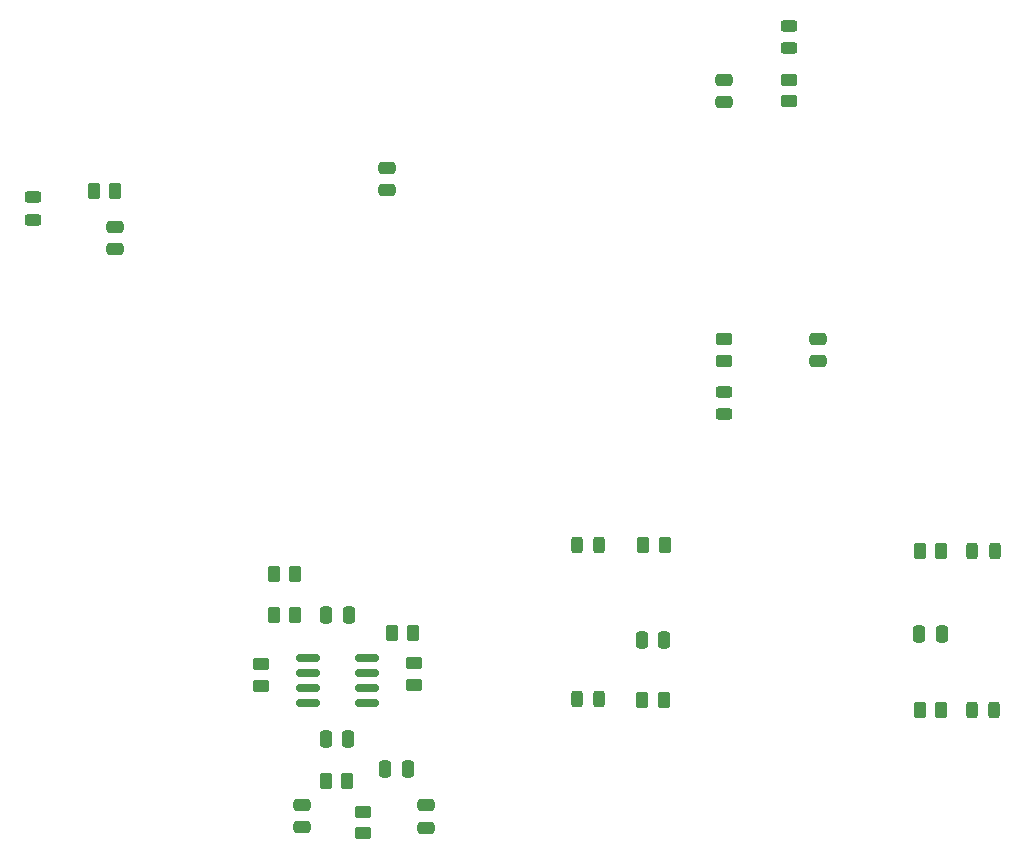
<source format=gbr>
%TF.GenerationSoftware,KiCad,Pcbnew,8.0.5*%
%TF.CreationDate,2024-11-03T20:31:12-06:00*%
%TF.ProjectId,KiCAD_Custom_DRC_Rules_for_PCBWay,4b694341-445f-4437-9573-746f6d5f4452,rev?*%
%TF.SameCoordinates,Original*%
%TF.FileFunction,Paste,Top*%
%TF.FilePolarity,Positive*%
%FSLAX46Y46*%
G04 Gerber Fmt 4.6, Leading zero omitted, Abs format (unit mm)*
G04 Created by KiCad (PCBNEW 8.0.5) date 2024-11-03 20:31:12*
%MOMM*%
%LPD*%
G01*
G04 APERTURE LIST*
G04 Aperture macros list*
%AMRoundRect*
0 Rectangle with rounded corners*
0 $1 Rounding radius*
0 $2 $3 $4 $5 $6 $7 $8 $9 X,Y pos of 4 corners*
0 Add a 4 corners polygon primitive as box body*
4,1,4,$2,$3,$4,$5,$6,$7,$8,$9,$2,$3,0*
0 Add four circle primitives for the rounded corners*
1,1,$1+$1,$2,$3*
1,1,$1+$1,$4,$5*
1,1,$1+$1,$6,$7*
1,1,$1+$1,$8,$9*
0 Add four rect primitives between the rounded corners*
20,1,$1+$1,$2,$3,$4,$5,0*
20,1,$1+$1,$4,$5,$6,$7,0*
20,1,$1+$1,$6,$7,$8,$9,0*
20,1,$1+$1,$8,$9,$2,$3,0*%
G04 Aperture macros list end*
%ADD10RoundRect,0.250000X-0.262500X-0.450000X0.262500X-0.450000X0.262500X0.450000X-0.262500X0.450000X0*%
%ADD11RoundRect,0.250000X-0.475000X0.250000X-0.475000X-0.250000X0.475000X-0.250000X0.475000X0.250000X0*%
%ADD12RoundRect,0.250000X0.475000X-0.250000X0.475000X0.250000X-0.475000X0.250000X-0.475000X-0.250000X0*%
%ADD13RoundRect,0.243750X0.456250X-0.243750X0.456250X0.243750X-0.456250X0.243750X-0.456250X-0.243750X0*%
%ADD14RoundRect,0.150000X-0.825000X-0.150000X0.825000X-0.150000X0.825000X0.150000X-0.825000X0.150000X0*%
%ADD15RoundRect,0.250000X0.262500X0.450000X-0.262500X0.450000X-0.262500X-0.450000X0.262500X-0.450000X0*%
%ADD16RoundRect,0.243750X-0.456250X0.243750X-0.456250X-0.243750X0.456250X-0.243750X0.456250X0.243750X0*%
%ADD17RoundRect,0.250000X0.450000X-0.262500X0.450000X0.262500X-0.450000X0.262500X-0.450000X-0.262500X0*%
%ADD18RoundRect,0.250000X0.250000X0.475000X-0.250000X0.475000X-0.250000X-0.475000X0.250000X-0.475000X0*%
%ADD19RoundRect,0.250000X-0.450000X0.262500X-0.450000X-0.262500X0.450000X-0.262500X0.450000X0.262500X0*%
%ADD20RoundRect,0.250000X-0.250000X-0.475000X0.250000X-0.475000X0.250000X0.475000X-0.250000X0.475000X0*%
%ADD21RoundRect,0.243750X0.243750X0.456250X-0.243750X0.456250X-0.243750X-0.456250X0.243750X-0.456250X0*%
%ADD22RoundRect,0.243750X-0.243750X-0.456250X0.243750X-0.456250X0.243750X0.456250X-0.243750X0.456250X0*%
G04 APERTURE END LIST*
D10*
%TO.C,R14*%
X128087500Y-114000000D03*
X129912500Y-114000000D03*
%TD*%
D11*
%TO.C,C7*%
X60000000Y-73050000D03*
X60000000Y-74950000D03*
%TD*%
D12*
%TO.C,C2*%
X75815000Y-123870000D03*
X75815000Y-121970000D03*
%TD*%
D13*
%TO.C,D2*%
X111500000Y-88937500D03*
X111500000Y-87062500D03*
%TD*%
D14*
%TO.C,U1*%
X76340000Y-109515000D03*
X76340000Y-110785000D03*
X76340000Y-112055000D03*
X76340000Y-113325000D03*
X81290000Y-113325000D03*
X81290000Y-112055000D03*
X81290000Y-110785000D03*
X81290000Y-109515000D03*
%TD*%
D10*
%TO.C,R1*%
X73402500Y-102420000D03*
X75227500Y-102420000D03*
%TD*%
D13*
%TO.C,D4*%
X53000000Y-72437500D03*
X53000000Y-70562500D03*
%TD*%
D15*
%TO.C,R7*%
X79640000Y-120000000D03*
X77815000Y-120000000D03*
%TD*%
D16*
%TO.C,D3*%
X117000000Y-56062500D03*
X117000000Y-57937500D03*
%TD*%
D17*
%TO.C,R9*%
X117000000Y-62412500D03*
X117000000Y-60587500D03*
%TD*%
D11*
%TO.C,C4*%
X119500000Y-82550000D03*
X119500000Y-84450000D03*
%TD*%
D10*
%TO.C,R11*%
X104675000Y-100000000D03*
X106500000Y-100000000D03*
%TD*%
D18*
%TO.C,C10*%
X106450000Y-108000000D03*
X104550000Y-108000000D03*
%TD*%
%TO.C,C3*%
X79715000Y-116420000D03*
X77815000Y-116420000D03*
%TD*%
D19*
%TO.C,R8*%
X111500000Y-82587500D03*
X111500000Y-84412500D03*
%TD*%
D20*
%TO.C,C11*%
X128050000Y-107500000D03*
X129950000Y-107500000D03*
%TD*%
D21*
%TO.C,D7*%
X134437500Y-100500000D03*
X132562500Y-100500000D03*
%TD*%
D20*
%TO.C,C9*%
X82865000Y-118920000D03*
X84765000Y-118920000D03*
%TD*%
D10*
%TO.C,R12*%
X104587500Y-113087500D03*
X106412500Y-113087500D03*
%TD*%
D20*
%TO.C,C1*%
X77865000Y-105920000D03*
X79765000Y-105920000D03*
%TD*%
D22*
%TO.C,D6*%
X99062500Y-113000000D03*
X100937500Y-113000000D03*
%TD*%
D10*
%TO.C,R4*%
X83402500Y-107420000D03*
X85227500Y-107420000D03*
%TD*%
D21*
%TO.C,D8*%
X134375000Y-114000000D03*
X132500000Y-114000000D03*
%TD*%
D22*
%TO.C,D5*%
X99062500Y-100000000D03*
X100937500Y-100000000D03*
%TD*%
D10*
%TO.C,R13*%
X128087500Y-100500000D03*
X129912500Y-100500000D03*
%TD*%
D15*
%TO.C,R10*%
X60000000Y-70000000D03*
X58175000Y-70000000D03*
%TD*%
D11*
%TO.C,C8*%
X86315000Y-122020000D03*
X86315000Y-123920000D03*
%TD*%
D15*
%TO.C,R2*%
X75227500Y-105920000D03*
X73402500Y-105920000D03*
%TD*%
D11*
%TO.C,C5*%
X83000000Y-68050000D03*
X83000000Y-69950000D03*
%TD*%
D19*
%TO.C,R5*%
X85315000Y-110007500D03*
X85315000Y-111832500D03*
%TD*%
D12*
%TO.C,C6*%
X111500000Y-62500000D03*
X111500000Y-60600000D03*
%TD*%
D17*
%TO.C,R6*%
X81000000Y-124412500D03*
X81000000Y-122587500D03*
%TD*%
D19*
%TO.C,R3*%
X72315000Y-110095000D03*
X72315000Y-111920000D03*
%TD*%
M02*

</source>
